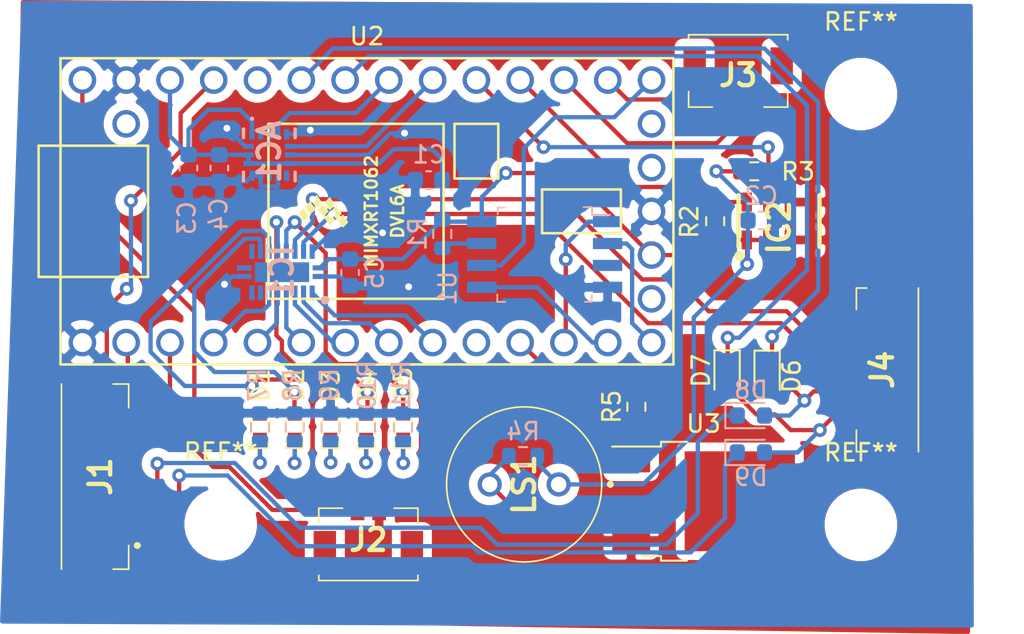
<source format=kicad_pcb>
(kicad_pcb (version 20171130) (host pcbnew "(5.1.10)-1")
  (layers (0 F.Cu signal) (31 B.Cu signal) (34 B.Paste user) (35 F.Paste user) (36 B.SilkS user) (37 F.SilkS user) (38 B.Mask user) (39 F.Mask user) (44 Edge.Cuts user))
  (net 0 "")
  (net 1 GND)
  (net 2 "Net-(D1-Pad1)")
  (net 3 "Net-(D2-Pad1)")
  (net 4 YLED1)
  (net 5 YLED2)
  (net 6 "Net-(D3-Pad1)")
  (net 7 "Net-(D4-Pad1)")
  (net 8 GLED1)
  (net 9 GLED2)
  (net 10 "Net-(D5-Pad1)")
  (net 11 MISO)
  (net 12 MOSI)
  (net 13 SCLK)
  (net 14 PYRO1)
  (net 15 PYRO2)
  (net 16 BUZZ1)
  (net 17 BUZZ2)
  (net 18 PWM1)
  (net 19 PWM2)
  (net 20 Buzzer)
  (net 21 "Net-(U1-Pad3)")
  (net 22 CS_FLASH)
  (net 23 TBUZZ2)
  (net 24 TBUZZ1)
  (net 25 VIN)
  (net 26 TGLED2)
  (net 27 TGLED1)
  (net 28 TYLED2)
  (net 29 TYLED1)
  (net 30 TBuzzer)
  (net 31 "Net-(J3-PadMP1)")
  (net 32 "Net-(J3-PadMP2)")
  (net 33 "Net-(J4-Pad6)")
  (net 34 "Net-(J4-Pad7)")
  (net 35 "Net-(J1-PadMP1)")
  (net 36 "Net-(J1-PadMP2)")
  (net 37 "Net-(J2-PadMP1)")
  (net 38 "Net-(J2-PadMP2)")
  (net 39 Baro_SCLK)
  (net 40 "Net-(AC1-Pad2)")
  (net 41 "Net-(AC1-Pad3)")
  (net 42 Accel_SCL)
  (net 43 Accel_SDA)
  (net 44 Accel_INT2)
  (net 45 Accel_INT1)
  (net 46 INFREE1)
  (net 47 INFREE2)
  (net 48 OUTFREE2)
  (net 49 OUTFREE1)
  (net 50 "Net-(IC1-Pad21)")
  (net 51 HFREE)
  (net 52 HTX)
  (net 53 HRX)
  (net 54 "Net-(R1-Pad2)")
  (net 55 "Net-(R5-Pad1)")
  (net 56 "Net-(U2-Pad18)")
  (net 57 "Net-(U2-Pad19)")
  (net 58 "Net-(U2-Pad15)")
  (net 59 "Net-(U2-Pad29)")
  (net 60 "Net-(U2-Pad34)")
  (net 61 "Net-(U2-Pad10)")
  (net 62 +3V3)
  (net 63 Baro_SDA)
  (net 64 TPyro1OUT)
  (net 65 OPYRO1)
  (net 66 OPYRO2)
  (net 67 TPyro2OUT)
  (module KRTEK_V2:CST931AP (layer F.Cu) (at 118.97106 104.24668 90)
    (fp_text reference LS1 (at 0 -2 90) (layer F.SilkS) (effects (font (size 1.27 1.27) (thickness 0.254))))
    (fp_text value "Buzzer - CST-931AP" hide)
    (pad 1 thru_hole circle (at 0 0 90) (size 1.4 1.4) (drill 0.9) (layers *.Cu *.Mask) (net 62 +3V3))
    (pad 2 thru_hole circle (at 0 -4 90) (size 1.4 1.4) (drill 0.9) (layers *.Cu *.Mask) (net 20 Buzzer))
  )
  (module MountingHole:MountingHole_3.2mm_M3 (layer F.Cu) (at 99.3648 106.55808)
    (fp_text reference REF** (at 0 -4.2) (layer F.SilkS))
    (fp_text value MountingHole_3.2mm_M3)
    (pad 1 np_thru_hole circle (at 0 0) (size 3.2 3.2) (drill 3.2) (layers *.Cu *.Mask))
  )
  (module MountingHole:MountingHole_3.2mm_M3 (layer F.Cu) (at 136.50976 106.59618)
    (fp_text reference REF** (at 0 -4.2) (layer F.SilkS))
    (fp_text value MountingHole_3.2mm_M3)
    (pad 1 np_thru_hole circle (at 0 0) (size 3.2 3.2) (drill 3.2) (layers *.Cu *.Mask))
  )
  (module MountingHole:MountingHole_3.2mm_M3 (layer F.Cu) (at 136.50976 81.57972)
    (fp_text reference REF** (at 0 -4.2) (layer F.SilkS))
    (fp_text value MountingHole_3.2mm_M3)
    (pad 1 np_thru_hole circle (at 0 0) (size 3.2 3.2) (drill 3.2) (layers *.Cu *.Mask))
  )
  (module Capacitor_SMD:C_0603_1608Metric (layer B.Cu) (at 130.72842 88.91778 180)
    (fp_text reference C2 (at 0 1.43) (layer B.SilkS) (effects (justify mirror)))
    (fp_text value 0.1uF)
    (pad 1 smd roundrect (at -0.775 0 180) (size 0.9 0.95) (layers B.Cu B.Paste B.Mask) (net 1 GND))
    (pad 2 smd roundrect (at 0.775 0 180) (size 0.9 0.95) (layers B.Cu B.Paste B.Mask) (net 62 +3V3))
  )
  (module Capacitor_SMD:C_0603_1608Metric (layer B.Cu) (at 111.4301 86.5759 180)
    (fp_text reference C1 (at -0.04034 1.48336) (layer B.SilkS) (effects (justify mirror)))
    (fp_text value 22pF)
    (pad 1 smd roundrect (at -0.775 0 180) (size 0.9 0.95) (layers B.Cu B.Paste B.Mask) (net 62 +3V3))
    (pad 2 smd roundrect (at 0.775 0 180) (size 0.9 0.95) (layers B.Cu B.Paste B.Mask) (net 1 GND))
  )
  (module Resistor_SMD:R_0603_1608Metric (layer B.Cu) (at 116.90908 102.60076 180)
    (fp_text reference R4 (at 0 1.43) (layer B.SilkS) (effects (justify mirror)))
    (fp_text value 1k)
    (pad 1 smd roundrect (at -0.825 0 180) (size 0.8 0.95) (layers B.Cu B.Paste B.Mask) (net 62 +3V3))
    (pad 2 smd roundrect (at 0.825 0 180) (size 0.8 0.95) (layers B.Cu B.Paste B.Mask) (net 20 Buzzer))
  )
  (module Resistor_SMD:R_0603_1608Metric (layer B.Cu) (at 101.64572 100.93402 270)
    (fp_text reference R7 (at -2.46942 0.14478 90) (layer B.SilkS) (effects (justify mirror)))
    (fp_text value 500)
    (pad 2 smd roundrect (at 0.825 0 270) (size 0.8 0.95) (layers B.Cu B.Paste B.Mask) (net 2 "Net-(D1-Pad1)"))
    (pad 1 smd roundrect (at -0.825 0 270) (size 0.8 0.95) (layers B.Cu B.Paste B.Mask) (net 1 GND))
  )
  (module Resistor_SMD:R_0603_1608Metric (layer B.Cu) (at 103.6574 100.92994 270)
    (fp_text reference R8 (at -2.4379 0.13462 90) (layer B.SilkS) (effects (justify mirror)))
    (fp_text value 330)
    (pad 1 smd roundrect (at -0.825 0 270) (size 0.8 0.95) (layers B.Cu B.Paste B.Mask) (net 1 GND))
    (pad 2 smd roundrect (at 0.825 0 270) (size 0.8 0.95) (layers B.Cu B.Paste B.Mask) (net 3 "Net-(D2-Pad1)"))
  )
  (module Resistor_SMD:R_0603_1608Metric (layer B.Cu) (at 105.73766 100.92994 270)
    (fp_text reference R9 (at -2.46126 0.07366 90) (layer B.SilkS) (effects (justify mirror)))
    (fp_text value 330)
    (pad 2 smd roundrect (at 0.825 0 270) (size 0.8 0.95) (layers B.Cu B.Paste B.Mask) (net 6 "Net-(D3-Pad1)"))
    (pad 1 smd roundrect (at -0.825 0 270) (size 0.8 0.95) (layers B.Cu B.Paste B.Mask) (net 1 GND))
  )
  (module Resistor_SMD:R_0603_1608Metric (layer B.Cu) (at 107.80014 100.94164 270)
    (fp_text reference R10 (at -2.45926 -0.05334 90) (layer B.SilkS) (effects (justify mirror)))
    (fp_text value 330)
    (pad 1 smd roundrect (at -0.825 0 270) (size 0.8 0.95) (layers B.Cu B.Paste B.Mask) (net 1 GND))
    (pad 2 smd roundrect (at 0.825 0 270) (size 0.8 0.95) (layers B.Cu B.Paste B.Mask) (net 7 "Net-(D4-Pad1)"))
  )
  (module Resistor_SMD:R_0603_1608Metric (layer B.Cu) (at 109.94136 100.93402 270)
    (fp_text reference R11 (at -2.4491 0.10668 90) (layer B.SilkS) (effects (justify mirror)))
    (fp_text value 330)
    (pad 1 smd roundrect (at -0.825 0 270) (size 0.8 0.95) (layers B.Cu B.Paste B.Mask) (net 1 GND))
    (pad 2 smd roundrect (at 0.825 0 270) (size 0.8 0.95) (layers B.Cu B.Paste B.Mask) (net 10 "Net-(D5-Pad1)"))
  )
  (module Resistor_SMD:R_0603_1608Metric (layer B.Cu) (at 112.21974 89.70822 270)
    (fp_text reference R1 (at 0 1.43 90) (layer B.SilkS) (effects (justify mirror)))
    (fp_text value 10M)
    (pad 2 smd roundrect (at 0.825 0 270) (size 0.8 0.95) (layers B.Cu B.Paste B.Mask) (net 54 "Net-(R1-Pad2)"))
    (pad 1 smd roundrect (at -0.825 0 270) (size 0.8 0.95) (layers B.Cu B.Paste B.Mask) (net 62 +3V3))
  )
  (module KRTEK_V2:LED_2-SMD_No_Lead_1.7x0.8mm (layer F.Cu) (at 101.6381 100.89458 90)
    (fp_text reference D1 (at 2.401 0.04572 90) (layer F.SilkS))
    (fp_text value RED)
    (pad 2 smd rect (at 0.75 0 90) (size 0.8 0.8) (layers F.Cu F.Paste F.Mask) (net 25 VIN))
    (pad 1 smd rect (at -0.75 0 90) (size 0.8 0.8) (layers F.Cu F.Paste F.Mask) (net 2 "Net-(D1-Pad1)"))
  )
  (module KRTEK_V2:LED_2-SMD_No_Lead_1.7x0.8mm (layer F.Cu) (at 103.6574 100.89204 90)
    (fp_text reference D2 (at 2.43402 0.02794 90) (layer F.SilkS))
    (fp_text value YELLOW)
    (pad 1 smd rect (at -0.75 0 90) (size 0.8 0.8) (layers F.Cu F.Paste F.Mask) (net 3 "Net-(D2-Pad1)"))
    (pad 2 smd rect (at 0.75 0 90) (size 0.8 0.8) (layers F.Cu F.Paste F.Mask) (net 4 YLED1))
  )
  (module KRTEK_V2:LED_2-SMD_No_Lead_1.7x0.8mm (layer F.Cu) (at 105.73512 100.89204 90)
    (fp_text reference D3 (at 2.37306 0.01524 90) (layer F.SilkS))
    (fp_text value YELLOW)
    (pad 2 smd rect (at 0.75 0 90) (size 0.8 0.8) (layers F.Cu F.Paste F.Mask) (net 5 YLED2))
    (pad 1 smd rect (at -0.75 0 90) (size 0.8 0.8) (layers F.Cu F.Paste F.Mask) (net 6 "Net-(D3-Pad1)"))
  )
  (module KRTEK_V2:LED_2-SMD_No_Lead_1.7x0.8mm (layer F.Cu) (at 107.80522 100.89712 90)
    (fp_text reference D4 (at 2.37052 0.09652 90) (layer F.SilkS))
    (fp_text value GREEN)
    (pad 1 smd rect (at -0.75 0 90) (size 0.8 0.8) (layers F.Cu F.Paste F.Mask) (net 7 "Net-(D4-Pad1)"))
    (pad 2 smd rect (at 0.75 0 90) (size 0.8 0.8) (layers F.Cu F.Paste F.Mask) (net 8 GLED1))
  )
  (module KRTEK_V2:LED_2-SMD_No_Lead_1.7x0.8mm (layer F.Cu) (at 109.95152 100.88696 90)
    (fp_text reference D5 (at 2.48666 -0.00254 90) (layer F.SilkS))
    (fp_text value GREEN)
    (pad 2 smd rect (at 0.75 0 90) (size 0.8 0.8) (layers F.Cu F.Paste F.Mask) (net 9 GLED2))
    (pad 1 smd rect (at -0.75 0 90) (size 0.8 0.8) (layers F.Cu F.Paste F.Mask) (net 10 "Net-(D5-Pad1)"))
  )
  (module KRTEK_V2:MS561101BA03-50 (layer F.Cu) (at 131.75996 88.9508 90)
    (fp_text reference IC2 (at -0.372 -0.006 90) (layer F.SilkS) (effects (font (size 1.27 1.27) (thickness 0.254))))
    (fp_text value "Baro - MS561101BA03-50" hide)
    (pad 1 smd rect (at -1.1 -1.875 180) (size 0.6 1.1) (layers F.Cu F.Paste F.Mask) (net 62 +3V3))
    (pad 2 smd rect (at -1.1 -0.625 180) (size 0.6 1.1) (layers F.Cu F.Paste F.Mask) (net 62 +3V3))
    (pad 3 smd rect (at -1.1 0.625 180) (size 0.6 1.1) (layers F.Cu F.Paste F.Mask) (net 1 GND))
    (pad 4 smd rect (at -1.1 1.875 180) (size 0.6 1.1) (layers F.Cu F.Paste F.Mask) (net 1 GND))
    (pad 5 smd rect (at 1.1 1.875 180) (size 0.6 1.1) (layers F.Cu F.Paste F.Mask) (net 1 GND))
    (pad 6 smd rect (at 1.1 0.625 180) (size 0.6 1.1) (layers F.Cu F.Paste F.Mask) (net 1 GND))
    (pad 7 smd rect (at 1.1 -0.625 180) (size 0.6 1.1) (layers F.Cu F.Paste F.Mask) (net 63 Baro_SDA))
    (pad 8 smd rect (at 1.1 -1.875 180) (size 0.6 1.1) (layers F.Cu F.Paste F.Mask) (net 39 Baro_SCLK))
  )
  (module KRTEK_V2:SOIC-8_W5.6mm (layer B.Cu) (at 118.16082 90.8939 270)
    (fp_text reference U1 (at 1.95326 5.6312 90) (layer B.SilkS) (effects (justify mirror)))
    (fp_text value "Flash - COM-15809")
    (pad 1 smd rect (at -1.905 -3.65 270) (size 0.65 1.7) (layers B.Cu B.Paste B.Mask) (net 22 CS_FLASH))
    (pad 2 smd rect (at -0.635 -3.65 270) (size 0.65 1.7) (layers B.Cu B.Paste B.Mask) (net 11 MISO))
    (pad 3 smd rect (at 0.635 -3.65 270) (size 0.65 1.7) (layers B.Cu B.Paste B.Mask) (net 21 "Net-(U1-Pad3)"))
    (pad 4 smd rect (at 1.905 -3.65 270) (size 0.65 1.7) (layers B.Cu B.Paste B.Mask) (net 1 GND))
    (pad 5 smd rect (at 1.905 3.65 270) (size 0.65 1.7) (layers B.Cu B.Paste B.Mask) (net 12 MOSI))
    (pad 6 smd rect (at 0.635 3.65 270) (size 0.65 1.7) (layers B.Cu B.Paste B.Mask) (net 13 SCLK))
    (pad 7 smd rect (at -0.635 3.65 270) (size 0.65 1.7) (layers B.Cu B.Paste B.Mask) (net 54 "Net-(R1-Pad2)"))
    (pad 8 smd rect (at -1.905 3.65 270) (size 0.65 1.7) (layers B.Cu B.Paste B.Mask) (net 62 +3V3))
  )
  (module EXTENSION:5055670281 (layer F.Cu) (at 129.38736 82.33642)
    (fp_text reference J3 (at 0 -1.85) (layer F.SilkS) (effects (font (size 1.27 1.27) (thickness 0.254))))
    (fp_text value PWM hide)
    (pad 1 smd rect (at 0.625 -0.1) (size 0.8 1.2) (layers F.Cu F.Paste F.Mask) (net 19 PWM2))
    (pad 2 smd rect (at -0.625 -0.1) (size 0.8 1.2) (layers F.Cu F.Paste F.Mask) (net 18 PWM1))
    (pad MP1 smd rect (at -2.525 -2.395) (size 1.3 2.15) (layers F.Cu F.Paste F.Mask) (net 31 "Net-(J3-PadMP1)"))
    (pad MP2 smd rect (at 2.525 -2.395) (size 1.3 2.15) (layers F.Cu F.Paste F.Mask) (net 32 "Net-(J3-PadMP2)"))
  )
  (module EXTENSION:5055670571 (layer F.Cu) (at 138.04422 97.5937 270)
    (fp_text reference J4 (at 0 0.3 90) (layer F.SilkS) (effects (font (size 1.27 1.27) (thickness 0.254))))
    (fp_text value EXTOUT hide)
    (pad 1 smd rect (at -2.5 1.8 270) (size 0.8 1.2) (layers F.Cu F.Paste F.Mask) (net 1 GND))
    (pad 2 smd rect (at -1.25 1.8 270) (size 0.8 1.2) (layers F.Cu F.Paste F.Mask) (net 16 BUZZ1))
    (pad 3 smd rect (at 0 1.8 270) (size 0.8 1.2) (layers F.Cu F.Paste F.Mask) (net 17 BUZZ2))
    (pad 4 smd rect (at 1.25 1.8 270) (size 0.8 1.2) (layers F.Cu F.Paste F.Mask) (net 65 OPYRO1))
    (pad 5 smd rect (at 2.5 1.8 270) (size 0.8 1.2) (layers F.Cu F.Paste F.Mask) (net 66 OPYRO2))
    (pad 6 smd rect (at -4.4 -0.495 270) (size 0.8 2.15) (layers F.Cu F.Paste F.Mask) (net 33 "Net-(J4-Pad6)"))
    (pad 7 smd rect (at 4.4 -0.495 270) (size 0.8 2.15) (layers F.Cu F.Paste F.Mask) (net 34 "Net-(J4-Pad7)"))
  )
  (module EXTENSION:5055670281 (layer F.Cu) (at 107.93198 105.62612 180)
    (fp_text reference J2 (at 0 -1.85) (layer F.SilkS) (effects (font (size 1.27 1.27) (thickness 0.254))))
    (fp_text value BATT hide)
    (pad 1 smd rect (at 0.625 -0.1 180) (size 0.8 1.2) (layers F.Cu F.Paste F.Mask) (net 25 VIN))
    (pad 2 smd rect (at -0.625 -0.1 180) (size 0.8 1.2) (layers F.Cu F.Paste F.Mask) (net 1 GND))
    (pad MP1 smd rect (at -2.525 -2.395 180) (size 1.3 2.15) (layers F.Cu F.Paste F.Mask) (net 37 "Net-(J2-PadMP1)"))
    (pad MP2 smd rect (at 2.525 -2.395 180) (size 1.3 2.15) (layers F.Cu F.Paste F.Mask) (net 38 "Net-(J2-PadMP2)"))
  )
  (module EXTENSION:QFN50P250X450X100-21N-D (layer B.Cu) (at 102.92334 91.9226 90)
    (fp_text reference IC1 (at 0 0 90) (layer B.SilkS) (effects (font (size 1.27 1.27) (thickness 0.254)) (justify mirror)))
    (fp_text value "TeensyBuffer - 74AHCV541ABQX" hide)
    (pad 1 smd rect (at -0.25 2.2 90) (size 0.3 0.85) (layers B.Cu B.Paste B.Mask) (net 1 GND))
    (pad 2 smd rect (at -1.2 1.75) (size 0.3 0.85) (layers B.Cu B.Paste B.Mask) (net 23 TBUZZ2))
    (pad 3 smd rect (at -1.2 1.25) (size 0.3 0.85) (layers B.Cu B.Paste B.Mask) (net 24 TBUZZ1))
    (pad 4 smd rect (at -1.2 0.75) (size 0.3 0.85) (layers B.Cu B.Paste B.Mask) (net 26 TGLED2))
    (pad 5 smd rect (at -1.2 0.25) (size 0.3 0.85) (layers B.Cu B.Paste B.Mask) (net 27 TGLED1))
    (pad 6 smd rect (at -1.2 -0.25) (size 0.3 0.85) (layers B.Cu B.Paste B.Mask) (net 28 TYLED2))
    (pad 7 smd rect (at -1.2 -0.75) (size 0.3 0.85) (layers B.Cu B.Paste B.Mask) (net 29 TYLED1))
    (pad 8 smd rect (at -1.2 -1.25) (size 0.3 0.85) (layers B.Cu B.Paste B.Mask) (net 46 INFREE1))
    (pad 9 smd rect (at -1.2 -1.75) (size 0.3 0.85) (layers B.Cu B.Paste B.Mask) (net 47 INFREE2))
    (pad 10 smd rect (at -0.25 -2.2 90) (size 0.3 0.85) (layers B.Cu B.Paste B.Mask) (net 1 GND))
    (pad 11 smd rect (at 0.25 -2.2 90) (size 0.3 0.85) (layers B.Cu B.Paste B.Mask) (net 48 OUTFREE2))
    (pad 12 smd rect (at 1.2 -1.75) (size 0.3 0.85) (layers B.Cu B.Paste B.Mask) (net 49 OUTFREE1))
    (pad 13 smd rect (at 1.2 -1.25) (size 0.3 0.85) (layers B.Cu B.Paste B.Mask) (net 4 YLED1))
    (pad 14 smd rect (at 1.2 -0.75) (size 0.3 0.85) (layers B.Cu B.Paste B.Mask) (net 5 YLED2))
    (pad 15 smd rect (at 1.2 -0.25) (size 0.3 0.85) (layers B.Cu B.Paste B.Mask) (net 8 GLED1))
    (pad 16 smd rect (at 1.2 0.25) (size 0.3 0.85) (layers B.Cu B.Paste B.Mask) (net 9 GLED2))
    (pad 17 smd rect (at 1.2 0.75) (size 0.3 0.85) (layers B.Cu B.Paste B.Mask) (net 16 BUZZ1))
    (pad 18 smd rect (at 1.2 1.25) (size 0.3 0.85) (layers B.Cu B.Paste B.Mask) (net 17 BUZZ2))
    (pad 19 smd rect (at 1.2 1.75) (size 0.3 0.85) (layers B.Cu B.Paste B.Mask) (net 1 GND))
    (pad 20 smd rect (at 0.25 2.2 90) (size 0.3 0.85) (layers B.Cu B.Paste B.Mask) (net 62 +3V3))
    (pad 21 smd rect (at 0 0 90) (size 1.15 3.15) (layers B.Cu B.Paste B.Mask) (net 50 "Net-(IC1-Pad21)"))
  )
  (module EXTENSION:Teensy40_EXT (layer F.Cu) (at 107.85094 88.38946)
    (fp_text reference U2 (at 0 -10.16) (layer F.SilkS))
    (fp_text value Teensy4.0)
    (fp_text user MIMXRT1062 (at 0.254 0 90) (layer F.SilkS) (effects (font (size 0.7 0.7))))
    (fp_text user DVL6A (at 1.778 0 90) (layer F.SilkS) (effects (font (size 0.7 0.7))))
    (pad 17 thru_hole circle (at 16.51 0) (size 1.6 1.6) (drill 1.1) (layers *.Cu *.Mask) (net 1 GND))
    (pad 18 thru_hole circle (at 16.51 -2.54) (size 1.6 1.6) (drill 1.1) (layers *.Cu *.Mask) (net 56 "Net-(U2-Pad18)"))
    (pad 19 thru_hole circle (at 16.51 -5.08) (size 1.6 1.6) (drill 1.1) (layers *.Cu *.Mask) (net 57 "Net-(U2-Pad19)"))
    (pad 20 thru_hole circle (at 16.51 -7.62) (size 1.6 1.6) (drill 1.1) (layers *.Cu *.Mask) (net 13 SCLK))
    (pad 16 thru_hole circle (at 16.51 2.54) (size 1.6 1.6) (drill 1.1) (layers *.Cu *.Mask) (net 62 +3V3))
    (pad 15 thru_hole circle (at 16.51 5.08) (size 1.6 1.6) (drill 1.1) (layers *.Cu *.Mask) (net 58 "Net-(U2-Pad15)"))
    (pad 14 thru_hole circle (at 16.51 7.62) (size 1.6 1.6) (drill 1.1) (layers *.Cu *.Mask) (net 11 MISO))
    (pad 21 thru_hole circle (at 13.97 -7.62) (size 1.6 1.6) (drill 1.1) (layers *.Cu *.Mask) (net 18 PWM1))
    (pad 22 thru_hole circle (at 11.43 -7.62) (size 1.6 1.6) (drill 1.1) (layers *.Cu *.Mask) (net 19 PWM2))
    (pad 23 thru_hole circle (at 8.89 -7.62) (size 1.6 1.6) (drill 1.1) (layers *.Cu *.Mask) (net 39 Baro_SCLK))
    (pad 24 thru_hole circle (at 6.35 -7.62) (size 1.6 1.6) (drill 1.1) (layers *.Cu *.Mask) (net 63 Baro_SDA))
    (pad 25 thru_hole circle (at 3.81 -7.62) (size 1.6 1.6) (drill 1.1) (layers *.Cu *.Mask) (net 43 Accel_SDA))
    (pad 26 thru_hole circle (at 1.27 -7.62) (size 1.6 1.6) (drill 1.1) (layers *.Cu *.Mask) (net 42 Accel_SCL))
    (pad 27 thru_hole circle (at -1.27 -7.62) (size 1.6 1.6) (drill 1.1) (layers *.Cu *.Mask) (net 67 TPyro2OUT))
    (pad 28 thru_hole circle (at -3.81 -7.62) (size 1.6 1.6) (drill 1.1) (layers *.Cu *.Mask) (net 64 TPyro1OUT))
    (pad 29 thru_hole circle (at -6.35 -7.62) (size 1.6 1.6) (drill 1.1) (layers *.Cu *.Mask) (net 59 "Net-(U2-Pad29)"))
    (pad 30 thru_hole circle (at -8.89 -7.62) (size 1.6 1.6) (drill 1.1) (layers *.Cu *.Mask) (net 51 HFREE))
    (pad 31 thru_hole circle (at -11.43 -7.62) (size 1.6 1.6) (drill 1.1) (layers *.Cu *.Mask) (net 62 +3V3))
    (pad 32 thru_hole circle (at -13.97 -7.62) (size 1.6 1.6) (drill 1.1) (layers *.Cu *.Mask) (net 1 GND))
    (pad 33 thru_hole circle (at -16.51 -7.62) (size 1.6 1.6) (drill 1.1) (layers *.Cu *.Mask) (net 25 VIN))
    (pad 34 thru_hole circle (at -13.97 -5.08) (size 1.6 1.6) (drill 1.1) (layers *.Cu *.Mask) (net 60 "Net-(U2-Pad34)"))
    (pad 13 thru_hole circle (at 13.97 7.62) (size 1.6 1.6) (drill 1.1) (layers *.Cu *.Mask) (net 12 MOSI))
    (pad 12 thru_hole circle (at 11.43 7.62) (size 1.6 1.6) (drill 1.1) (layers *.Cu *.Mask) (net 22 CS_FLASH))
    (pad 11 thru_hole circle (at 8.89 7.62) (size 1.6 1.6) (drill 1.1) (layers *.Cu *.Mask) (net 30 TBuzzer))
    (pad 10 thru_hole circle (at 6.35 7.62) (size 1.6 1.6) (drill 1.1) (layers *.Cu *.Mask) (net 61 "Net-(U2-Pad10)"))
    (pad 9 thru_hole circle (at 3.81 7.62) (size 1.6 1.6) (drill 1.1) (layers *.Cu *.Mask) (net 23 TBUZZ2))
    (pad 8 thru_hole circle (at 1.27 7.62) (size 1.6 1.6) (drill 1.1) (layers *.Cu *.Mask) (net 24 TBUZZ1))
    (pad 7 thru_hole circle (at -1.27 7.62) (size 1.6 1.6) (drill 1.1) (layers *.Cu *.Mask) (net 26 TGLED2))
    (pad 6 thru_hole circle (at -3.81 7.62) (size 1.6 1.6) (drill 1.1) (layers *.Cu *.Mask) (net 27 TGLED1))
    (pad 5 thru_hole circle (at -6.35 7.62) (size 1.6 1.6) (drill 1.1) (layers *.Cu *.Mask) (net 28 TYLED2))
    (pad 4 thru_hole circle (at -8.89 7.62) (size 1.6 1.6) (drill 1.1) (layers *.Cu *.Mask) (net 29 TYLED1))
    (pad 3 thru_hole circle (at -11.43 7.62) (size 1.6 1.6) (drill 1.1) (layers *.Cu *.Mask) (net 52 HTX))
    (pad 2 thru_hole circle (at -13.97 7.62) (size 1.6 1.6) (drill 1.1) (layers *.Cu *.Mask) (net 53 HRX))
    (pad 1 thru_hole circle (at -16.51 7.62) (size 1.6 1.6) (drill 1.1) (layers *.Cu *.Mask) (net 1 GND))
  )
  (module EXTENSION:5055670671 (layer F.Cu) (at 92.3763 103.7929 90)
    (fp_text reference J1 (at 0 0 90) (layer F.SilkS) (effects (font (size 1.27 1.27) (thickness 0.254))))
    (fp_text value EXTIN hide)
    (pad 1 smd rect (at -3.125 1.6 90) (size 0.8 1.2) (layers F.Cu F.Paste F.Mask) (net 15 PYRO2))
    (pad 2 smd rect (at -1.875 1.6 90) (size 0.8 1.2) (layers F.Cu F.Paste F.Mask) (net 14 PYRO1))
    (pad 3 smd rect (at -0.625 1.6 90) (size 0.8 1.2) (layers F.Cu F.Paste F.Mask) (net 1 GND))
    (pad 4 smd rect (at 0.625 1.6 90) (size 0.8 1.2) (layers F.Cu F.Paste F.Mask) (net 51 HFREE))
    (pad 5 smd rect (at 1.875 1.6 90) (size 0.8 1.2) (layers F.Cu F.Paste F.Mask) (net 52 HTX))
    (pad 6 smd rect (at 3.125 1.6 90) (size 0.8 1.2) (layers F.Cu F.Paste F.Mask) (net 53 HRX))
    (pad MP1 smd rect (at -5.025 -0.695 90) (size 1.3 2.15) (layers F.Cu F.Paste F.Mask) (net 35 "Net-(J1-PadMP1)"))
    (pad MP2 smd rect (at 5.025 -0.695 90) (size 1.3 2.15) (layers F.Cu F.Paste F.Mask) (net 36 "Net-(J1-PadMP2)"))
  )
  (module EXTENSION:LIS3DHTR (layer B.Cu) (at 102.18496 85.11428 270)
    (fp_text reference AC1 (at -0.181 0 90) (layer B.SilkS) (effects (font (size 1.27 1.27) (thickness 0.254)) (justify mirror)))
    (fp_text value "Accel - H3LIS331DLTR" hide)
    (pad 1 smd rect (at -1.2 1 180) (size 0.3 0.6) (layers B.Cu B.Paste B.Mask) (net 62 +3V3))
    (pad 2 smd rect (at -1.2 0.5 180) (size 0.3 0.6) (layers B.Cu B.Paste B.Mask) (net 40 "Net-(AC1-Pad2)"))
    (pad 3 smd rect (at -1.2 0 180) (size 0.3 0.6) (layers B.Cu B.Paste B.Mask) (net 41 "Net-(AC1-Pad3)"))
    (pad 4 smd rect (at -1.2 -0.5 180) (size 0.3 0.6) (layers B.Cu B.Paste B.Mask) (net 42 Accel_SCL))
    (pad 5 smd rect (at -1.2 -1 180) (size 0.3 0.6) (layers B.Cu B.Paste B.Mask) (net 1 GND))
    (pad 6 smd rect (at -0.5 -1.2 270) (size 0.3 0.6) (layers B.Cu B.Paste B.Mask) (net 43 Accel_SDA))
    (pad 7 smd rect (at 0 -1.2 270) (size 0.3 0.6) (layers B.Cu B.Paste B.Mask) (net 1 GND))
    (pad 8 smd rect (at 0.5 -1.2 270) (size 0.3 0.6) (layers B.Cu B.Paste B.Mask) (net 62 +3V3))
    (pad 9 smd rect (at 1.2 -1 180) (size 0.3 0.6) (layers B.Cu B.Paste B.Mask) (net 44 Accel_INT2))
    (pad 10 smd rect (at 1.2 -0.5 180) (size 0.3 0.6) (layers B.Cu B.Paste B.Mask) (net 1 GND))
    (pad 11 smd rect (at 1.2 0 180) (size 0.3 0.6) (layers B.Cu B.Paste B.Mask) (net 45 Accel_INT1))
    (pad 12 smd rect (at 1.2 0.5 180) (size 0.3 0.6) (layers B.Cu B.Paste B.Mask) (net 1 GND))
    (pad 13 smd rect (at 1.2 1 180) (size 0.3 0.6) (layers B.Cu B.Paste B.Mask) (net 1 GND))
    (pad 14 smd rect (at 0.5 1.2 270) (size 0.3 0.6) (layers B.Cu B.Paste B.Mask) (net 62 +3V3))
    (pad 15 smd rect (at 0 1.2 270) (size 0.3 0.6) (layers B.Cu B.Paste B.Mask) (net 62 +3V3))
    (pad 16 smd rect (at -0.5 1.2 270) (size 0.3 0.6) (layers B.Cu B.Paste B.Mask) (net 1 GND))
  )
  (module Capacitor_SMD:C_0603_1608Metric (layer B.Cu) (at 97.4979 85.8777 270)
    (fp_text reference C3 (at 2.90038 0.09906 90) (layer B.SilkS) (effects (justify mirror)))
    (fp_text value 0.1uF)
    (pad 2 smd roundrect (at 0.775 0 270) (size 0.9 0.95) (layers B.Cu B.Paste B.Mask) (net 1 GND))
    (pad 1 smd roundrect (at -0.775 0 270) (size 0.9 0.95) (layers B.Cu B.Paste B.Mask) (net 62 +3V3))
  )
  (module Capacitor_SMD:C_0603_1608Metric (layer B.Cu) (at 99.28606 85.8774 270)
    (fp_text reference C4 (at 2.70032 0.0381 90) (layer B.SilkS) (effects (justify mirror)))
    (fp_text value 10uF)
    (pad 1 smd roundrect (at -0.775 0 270) (size 0.9 0.95) (layers B.Cu B.Paste B.Mask) (net 62 +3V3))
    (pad 2 smd roundrect (at 0.775 0 270) (size 0.9 0.95) (layers B.Cu B.Paste B.Mask) (net 1 GND))
  )
  (module Resistor_SMD:R_0603_1608Metric (layer F.Cu) (at 128.0541 88.96146 270)
    (fp_text reference R2 (at 0.03506 1.49606 90) (layer F.SilkS))
    (fp_text value 10k)
    (pad 1 smd roundrect (at -0.825 0 270) (size 0.8 0.95) (layers F.Cu F.Paste F.Mask) (net 39 Baro_SCLK))
    (pad 2 smd roundrect (at 0.825 0 270) (size 0.8 0.95) (layers F.Cu F.Paste F.Mask) (net 62 +3V3))
  )
  (module Resistor_SMD:R_0603_1608Metric (layer F.Cu) (at 130.32028 86.06536 180)
    (fp_text reference R3 (at -2.54204 -0.01778) (layer F.SilkS))
    (fp_text value 10k)
    (pad 2 smd roundrect (at 0.825 0 180) (size 0.8 0.95) (layers F.Cu F.Paste F.Mask) (net 62 +3V3))
    (pad 1 smd roundrect (at -0.825 0 180) (size 0.8 0.95) (layers F.Cu F.Paste F.Mask) (net 63 Baro_SDA))
  )
  (module Capacitor_SMD:C_0603_1608Metric (layer B.Cu) (at 106.87304 91.93814 90)
    (fp_text reference C5 (at 0 1.43 90) (layer B.SilkS) (effects (justify mirror)))
    (fp_text value 0.1uF)
    (pad 1 smd roundrect (at -0.775 0 90) (size 0.9 0.95) (layers B.Cu B.Paste B.Mask) (net 1 GND))
    (pad 2 smd roundrect (at 0.775 0 90) (size 0.9 0.95) (layers B.Cu B.Paste B.Mask) (net 62 +3V3))
  )
  (module Diode_SMD:D_0603_1608Metric (layer F.Cu) (at 131.06654 97.96282 270)
    (fp_text reference D6 (at 0 -1.43 90) (layer F.SilkS))
    (fp_text value DIODE)
    (pad 1 smd roundrect (at -0.7875 0 270) (size 0.875 0.95) (layers F.Cu F.Paste F.Mask) (net 64 TPyro1OUT))
    (pad 2 smd roundrect (at 0.7875 0 270) (size 0.875 0.95) (layers F.Cu F.Paste F.Mask) (net 65 OPYRO1))
  )
  (module Diode_SMD:D_0603_1608Metric (layer F.Cu) (at 128.74498 97.94504 270)
    (fp_text reference D7 (at -0.30724 1.5113 90) (layer F.SilkS))
    (fp_text value DIODE)
    (pad 2 smd roundrect (at 0.7875 0 270) (size 0.875 0.95) (layers F.Cu F.Paste F.Mask) (net 66 OPYRO2))
    (pad 1 smd roundrect (at -0.7875 0 270) (size 0.875 0.95) (layers F.Cu F.Paste F.Mask) (net 67 TPyro2OUT))
  )
  (module Diode_SMD:D_0603_1608Metric (layer B.Cu) (at 130.12664 100.24618)
    (fp_text reference D8 (at 0.0001 -1.47574) (layer B.SilkS) (effects (justify mirror)))
    (fp_text value DIODE)
    (pad 1 smd roundrect (at -0.7875 0) (size 0.875 0.95) (layers B.Cu B.Paste B.Mask) (net 14 PYRO1))
    (pad 2 smd roundrect (at 0.7875 0) (size 0.875 0.95) (layers B.Cu B.Paste B.Mask) (net 65 OPYRO1))
  )
  (module Diode_SMD:D_0603_1608Metric (layer B.Cu) (at 130.12664 102.38994)
    (fp_text reference D9 (at 0 1.43) (layer B.SilkS) (effects (justify mirror)))
    (fp_text value DIODE)
    (pad 2 smd roundrect (at 0.7875 0) (size 0.875 0.95) (layers B.Cu B.Paste B.Mask) (net 66 OPYRO2))
    (pad 1 smd roundrect (at -0.7875 0) (size 0.875 0.95) (layers B.Cu B.Paste B.Mask) (net 15 PYRO2))
  )
  (module Resistor_SMD:R_0603_1608Metric (layer F.Cu) (at 123.4821 99.73768 90)
    (fp_text reference R5 (at 0 -1.43 90) (layer F.SilkS))
    (fp_text value 10k)
    (pad 1 smd roundrect (at -0.825 0 90) (size 0.8 0.95) (layers F.Cu F.Paste F.Mask) (net 55 "Net-(R5-Pad1)"))
    (pad 2 smd roundrect (at 0.825 0 90) (size 0.8 0.95) (layers F.Cu F.Paste F.Mask) (net 30 TBuzzer))
  )
  (module Package_TO_SOT_SMD:TO-252-2 (layer F.Cu) (at 127.38158 105.22458)
    (fp_text reference U3 (at 0 -4.5) (layer F.SilkS))
    (fp_text value MJD148J)
    (pad 1 smd rect (at -4.2 -2.28) (size 2.2 1.2) (layers F.Cu F.Paste F.Mask) (net 55 "Net-(R5-Pad1)"))
    (pad 3 smd rect (at -4.2 2.28) (size 2.2 1.2) (layers F.Cu F.Paste F.Mask) (net 1 GND))
    (pad 2 smd rect (at 2.1 0) (size 6.4 5.8) (layers F.Cu F.Mask) (net 20 Buzzer))
  )
  (segment (start 106.3325 92.1726) (end 106.87304 92.71314) (width 0.25) (layer B.Cu) (net 1))
  (segment (start 105.12334 92.1726) (end 106.3325 92.1726) (width 0.25) (layer B.Cu) (net 1))
  (via (at 99.58324 92.62618) (size 0.8) (drill 0.4) (layers F.Cu B.Cu) (net 1))
  (segment (start 100.03682 92.1726) (end 99.58324 92.62618) (width 0.25) (layer B.Cu) (net 1))
  (segment (start 100.72334 92.1726) (end 100.03682 92.1726) (width 0.25) (layer B.Cu) (net 1))
  (via (at 110.26648 92.77096) (size 0.8) (drill 0.4) (layers F.Cu B.Cu) (net 1))
  (via (at 108.75772 89.6366) (size 0.8) (drill 0.4) (layers F.Cu B.Cu) (net 1))
  (segment (start 110.26648 91.14536) (end 108.75772 89.6366) (width 0.25) (layer F.Cu) (net 1))
  (segment (start 110.26648 92.77096) (end 110.26648 91.14536) (width 0.25) (layer F.Cu) (net 1))
  (segment (start 110.20866 92.71314) (end 110.26648 92.77096) (width 0.25) (layer B.Cu) (net 1))
  (segment (start 106.87304 92.71314) (end 110.20866 92.71314) (width 0.25) (layer B.Cu) (net 1))
  (segment (start 105.75934 89.6366) (end 108.75772 89.6366) (width 0.25) (layer B.Cu) (net 1))
  (segment (start 104.67334 90.7226) (end 105.75934 89.6366) (width 0.25) (layer B.Cu) (net 1))
  (via (at 104.56672 83.67268) (size 0.8) (drill 0.4) (layers F.Cu B.Cu) (net 1))
  (segment (start 104.32512 83.91428) (end 104.56672 83.67268) (width 0.25) (layer B.Cu) (net 1))
  (segment (start 103.18496 83.91428) (end 104.32512 83.91428) (width 0.25) (layer B.Cu) (net 1))
  (via (at 110.0328 83.85048) (size 0.8) (drill 0.4) (layers F.Cu B.Cu) (net 1))
  (segment (start 107.95253 85.11428) (end 103.38496 85.11428) (width 0.25) (layer B.Cu) (net 1))
  (segment (start 109.21633 83.85048) (end 107.95253 85.11428) (width 0.25) (layer B.Cu) (net 1))
  (segment (start 110.0328 83.85048) (end 109.21633 83.85048) (width 0.25) (layer B.Cu) (net 1))
  (segment (start 101.774959 86.939281) (end 101.68496 86.849282) (width 0.25) (layer B.Cu) (net 1))
  (segment (start 101.68496 86.849282) (end 101.68496 86.31428) (width 0.25) (layer B.Cu) (net 1))
  (segment (start 102.609959 86.939281) (end 101.774959 86.939281) (width 0.25) (layer B.Cu) (net 1))
  (segment (start 102.68496 86.86428) (end 102.609959 86.939281) (width 0.25) (layer B.Cu) (net 1))
  (segment (start 102.68496 86.31428) (end 102.68496 86.86428) (width 0.25) (layer B.Cu) (net 1))
  (segment (start 101.68496 86.31428) (end 101.18496 86.31428) (width 0.25) (layer B.Cu) (net 1))
  (segment (start 100.84684 86.6524) (end 101.18496 86.31428) (width 0.25) (layer B.Cu) (net 1))
  (segment (start 99.28606 86.6524) (end 100.84684 86.6524) (width 0.25) (layer B.Cu) (net 1))
  (via (at 99.72548 83.566) (size 0.8) (drill 0.4) (layers F.Cu B.Cu) (net 1))
  (segment (start 100.77376 84.61428) (end 99.72548 83.566) (width 0.25) (layer B.Cu) (net 1))
  (segment (start 100.98496 84.61428) (end 100.77376 84.61428) (width 0.25) (layer B.Cu) (net 1))
  (via (at 101.64572 102.98176) (size 0.8) (drill 0.4) (layers F.Cu B.Cu) (net 2))
  (segment (start 101.6381 102.97414) (end 101.64572 102.98176) (width 0.25) (layer F.Cu) (net 2))
  (segment (start 101.6381 101.64458) (end 101.6381 102.97414) (width 0.25) (layer F.Cu) (net 2))
  (segment (start 101.64572 101.75902) (end 101.64572 102.98176) (width 0.25) (layer B.Cu) (net 2))
  (via (at 103.65232 103.00208) (size 0.8) (drill 0.4) (layers F.Cu B.Cu) (net 3))
  (segment (start 103.6574 102.997) (end 103.65232 103.00208) (width 0.25) (layer F.Cu) (net 3))
  (segment (start 103.6574 101.64204) (end 103.6574 102.997) (width 0.25) (layer F.Cu) (net 3))
  (segment (start 103.6574 102.997) (end 103.65232 103.00208) (width 0.25) (layer B.Cu) (net 3))
  (segment (start 103.6574 101.75494) (end 103.6574 102.997) (width 0.25) (layer B.Cu) (net 3))
  (via (at 103.64724 98.87966) (size 0.8) (drill 0.4) (layers F.Cu B.Cu) (net 4))
  (segment (start 103.64724 100.13188) (end 103.6574 100.14204) (width 0.25) (layer F.Cu) (net 4))
  (segment (start 103.64724 98.87966) (end 103.64724 100.13188) (width 0.25) (layer F.Cu) (net 4))
  (segment (start 97.835939 96.549461) (end 99.007898 97.72142) (width 0.25) (layer B.Cu) (net 4))
  (segment (start 97.835939 92.899999) (end 97.835939 96.549461) (width 0.25) (layer B.Cu) (net 4))
  (segment (start 100.763339 89.972599) (end 97.835939 92.899999) (width 0.25) (layer B.Cu) (net 4))
  (segment (start 101.583341 89.972599) (end 100.763339 89.972599) (width 0.25) (layer B.Cu) (net 4))
  (segment (start 101.67334 90.062598) (end 101.583341 89.972599) (width 0.25) (layer B.Cu) (net 4))
  (segment (start 101.67334 90.7226) (end 101.67334 90.062598) (width 0.25) (layer B.Cu) (net 4))
  (segment (start 102.489 97.72142) (end 103.64724 98.87966) (width 0.25) (layer B.Cu) (net 4))
  (segment (start 99.007898 97.72142) (end 102.489 97.72142) (width 0.25) (layer B.Cu) (net 4))
  (via (at 101.17328 98.52914) (size 0.8) (drill 0.4) (layers F.Cu B.Cu) (net 5))
  (segment (start 95.295939 96.549461) (end 97.275618 98.52914) (width 0.25) (layer B.Cu) (net 5))
  (segment (start 95.295939 94.803589) (end 95.295939 96.549461) (width 0.25) (layer B.Cu) (net 5))
  (segment (start 100.576938 89.52259) (end 95.295939 94.803589) (width 0.25) (layer B.Cu) (net 5))
  (segment (start 101.769741 89.522589) (end 100.576938 89.52259) (width 0.25) (layer B.Cu) (net 5))
  (segment (start 102.17334 89.926188) (end 101.769741 89.522589) (width 0.25) (layer B.Cu) (net 5))
  (segment (start 102.17334 90.7226) (end 102.17334 89.926188) (width 0.25) (layer B.Cu) (net 5))
  (segment (start 97.275618 98.52914) (end 100.62464 98.52914) (width 0.25) (layer B.Cu) (net 5))
  (segment (start 100.62464 98.52914) (end 101.17328 98.52914) (width 0.25) (layer B.Cu) (net 5))
  (segment (start 101.547761 98.154659) (end 101.17328 98.52914) (width 0.25) (layer F.Cu) (net 5))
  (segment (start 105.309839 98.154659) (end 101.547761 98.154659) (width 0.25) (layer F.Cu) (net 5))
  (segment (start 105.7529 98.59772) (end 105.309839 98.154659) (width 0.25) (layer F.Cu) (net 5))
  (segment (start 105.7529 100.12426) (end 105.7529 98.59772) (width 0.25) (layer F.Cu) (net 5))
  (segment (start 105.73512 100.14204) (end 105.7529 100.12426) (width 0.25) (layer F.Cu) (net 5))
  (via (at 105.74528 102.96906) (size 0.8) (drill 0.4) (layers F.Cu B.Cu) (net 6))
  (segment (start 105.73512 102.9589) (end 105.74528 102.96906) (width 0.25) (layer F.Cu) (net 6))
  (segment (start 105.73512 101.64204) (end 105.73512 102.9589) (width 0.25) (layer F.Cu) (net 6))
  (segment (start 105.73766 102.96144) (end 105.74528 102.96906) (width 0.25) (layer B.Cu) (net 6))
  (segment (start 105.73766 101.75494) (end 105.73766 102.96144) (width 0.25) (layer B.Cu) (net 6))
  (via (at 107.7976 102.97668) (size 0.8) (drill 0.4) (layers F.Cu B.Cu) (net 7))
  (segment (start 107.80522 102.96906) (end 107.7976 102.97668) (width 0.25) (layer F.Cu) (net 7))
  (segment (start 107.80522 101.64712) (end 107.80522 102.96906) (width 0.25) (layer F.Cu) (net 7))
  (segment (start 107.80014 102.97414) (end 107.7976 102.97668) (width 0.25) (layer B.Cu) (net 7))
  (segment (start 107.80014 101.76664) (end 107.80014 102.97414) (width 0.25) (layer B.Cu) (net 7))
  (via (at 102.59822 89.01684) (size 0.8) (drill 0.4) (layers F.Cu B.Cu) (net 8))
  (via (at 107.88142 98.88982) (size 0.8) (drill 0.4) (layers F.Cu B.Cu) (net 8))
  (segment (start 107.88142 100.07092) (end 107.80522 100.14712) (width 0.25) (layer F.Cu) (net 8))
  (segment (start 107.88142 98.88982) (end 107.88142 100.07092) (width 0.25) (layer F.Cu) (net 8))
  (segment (start 102.67334 89.09196) (end 102.59822 89.01684) (width 0.25) (layer B.Cu) (net 8))
  (segment (start 102.67334 90.7226) (end 102.67334 89.09196) (width 0.25) (layer B.Cu) (net 8))
  (segment (start 106.696249 97.704649) (end 107.88142 98.88982) (width 0.25) (layer F.Cu) (net 8))
  (segment (start 104.071127 97.704649) (end 106.696249 97.704649) (width 0.25) (layer F.Cu) (net 8))
  (segment (start 102.915939 96.549461) (end 104.071127 97.704649) (width 0.25) (layer F.Cu) (net 8))
  (segment (start 102.915939 95.910619) (end 102.915939 96.549461) (width 0.25) (layer F.Cu) (net 8))
  (segment (start 102.59822 95.5929) (end 102.915939 95.910619) (width 0.25) (layer F.Cu) (net 8))
  (segment (start 102.59822 89.01684) (end 102.59822 95.5929) (width 0.25) (layer F.Cu) (net 8))
  (via (at 103.6574 89.01684) (size 0.8) (drill 0.4) (layers F.Cu B.Cu) (net 9))
  (via (at 109.94898 98.8568) (size 0.8) (drill 0.4) (layers F.Cu B.Cu) (net 9))
  (segment (start 109.94898 100.13442) (end 109.95152 100.13696) (width 0.25) (layer F.Cu) (net 9))
  (segment (start 109.94898 98.8568) (end 109.94898 100.13442) (width 0.25) (layer F.Cu) (net 9))
  (segment (start 103.17334 89.5009) (end 103.6574 89.01684) (width 0.25) (layer B.Cu) (net 9))
  (segment (start 103.17334 90.7226) (end 103.17334 89.5009) (width 0.25) (layer B.Cu) (net 9))
  (segment (start 108.346819 97.254639) (end 109.94898 98.8568) (width 0.25) (layer F.Cu) (net 9))
  (segment (start 106.161117 97.254639) (end 108.346819 97.254639) (width 0.25) (layer F.Cu) (net 9))
  (segment (start 105.455939 96.549461) (end 106.161117 97.254639) (width 0.25) (layer F.Cu) (net 9))
  (segment (start 105.455939 90.815379) (end 105.455939 96.549461) (width 0.25) (layer F.Cu) (net 9))
  (segment (start 103.6574 89.01684) (end 105.455939 90.815379) (width 0.25) (layer F.Cu) (net 9))
  (via (at 109.9566 103.00208) (size 0.8) (drill 0.4) (layers F.Cu B.Cu) (net 10))
  (segment (start 109.95152 102.997) (end 109.9566 103.00208) (width 0.25) (layer F.Cu) (net 10))
  (segment (start 109.95152 101.63696) (end 109.95152 102.997) (width 0.25) (layer F.Cu) (net 10))
  (segment (start 109.94136 102.98684) (end 109.9566 103.00208) (width 0.25) (layer B.Cu) (net 10))
  (segment (start 109.94136 101.75902) (end 109.94136 102.98684) (width 0.25) (layer B.Cu) (net 10))
  (segment (start 123.235939 94.884459) (end 124.36094 96.00946) (width 0.25) (layer B.Cu) (net 11))
  (segment (start 123.235939 90.584019) (end 123.235939 94.884459) (width 0.25) (layer B.Cu) (net 11))
  (segment (start 122.91082 90.2589) (end 123.235939 90.584019) (width 0.25) (layer B.Cu) (net 11))
  (segment (start 121.81082 90.2589) (end 122.91082 90.2589) (width 0.25) (layer B.Cu) (net 11))
  (segment (start 120.945942 96.00946) (end 121.82094 96.00946) (width 0.25) (layer B.Cu) (net 12))
  (segment (start 117.735382 92.7989) (end 120.945942 96.00946) (width 0.25) (layer B.Cu) (net 12))
  (segment (start 114.51082 92.7989) (end 117.735382 92.7989) (width 0.25) (layer B.Cu) (net 12))
  (segment (start 115.61082 91.5289) (end 116.94922 90.1905) (width 0.25) (layer B.Cu) (net 13))
  (segment (start 114.51082 91.5289) (end 115.61082 91.5289) (width 0.25) (layer B.Cu) (net 13))
  (segment (start 116.94922 84.735818) (end 118.759118 82.92592) (width 0.25) (layer B.Cu) (net 13))
  (segment (start 116.94922 90.1905) (end 116.94922 84.735818) (width 0.25) (layer B.Cu) (net 13))
  (segment (start 122.20448 82.92592) (end 124.36094 80.76946) (width 0.25) (layer B.Cu) (net 13))
  (segment (start 118.759118 82.92592) (end 122.20448 82.92592) (width 0.25) (layer B.Cu) (net 13))
  (segment (start 114.41938 106.76128) (end 115.40236 107.74426) (width 0.25) (layer B.Cu) (net 14))
  (segment (start 115.40236 107.74426) (end 124.87148 107.74426) (width 0.25) (layer B.Cu) (net 14))
  (segment (start 94.8263 105.6679) (end 95.68942 104.80478) (width 0.25) (layer F.Cu) (net 14))
  (segment (start 93.9763 105.6679) (end 94.8263 105.6679) (width 0.25) (layer F.Cu) (net 14))
  (segment (start 95.68942 104.80478) (end 95.68942 103.0351) (width 0.25) (layer F.Cu) (net 14))
  (segment (start 95.68942 103.0351) (end 95.68942 103.0351) (width 0.25) (layer F.Cu) (net 14))
  (via (at 95.68942 103.0351) (size 0.8) (drill 0.4) (layers F.Cu B.Cu) (net 14))
  (segment (start 95.721001 103.003519) (end 100.184119 103.003519) (width 0.25) (layer B.Cu) (net 14))
  (segment (start 95.68942 103.0351) (end 95.721001 103.003519) (width 0.25) (layer B.Cu) (net 14))
  (segment (start 103.94188 106.76128) (end 114.41938 106.76128) (width 0.25) (layer B.Cu) (net 14))
  (segment (start 100.184119 103.003519) (end 103.94188 106.76128) (width 0.25) (layer B.Cu) (net 14))
  (segment (start 124.87148 107.74426) (end 125.21946 107.74426) (width 0.25) (layer B.Cu) (net 14))
  (segment (start 125.21946 107.74426) (end 125.80874 107.15498) (width 0.25) (layer B.Cu) (net 14))
  (segment (start 125.80874 107.15498) (end 125.82144 107.14228) (width 0.25) (layer B.Cu) (net 14))
  (segment (start 129.33914 100.24618) (end 128.55702 100.24618) (width 0.25) (layer B.Cu) (net 14))
  (segment (start 128.55702 100.24618) (end 127.04572 101.75748) (width 0.25) (layer B.Cu) (net 14))
  (segment (start 127.04572 105.918) (end 125.80874 107.15498) (width 0.25) (layer B.Cu) (net 14))
  (segment (start 127.04572 101.75748) (end 127.04572 105.918) (width 0.25) (layer B.Cu) (net 14))
  (segment (start 114.32075 108.19427) (end 125.54923 108.19427) (width 0.25) (layer B.Cu) (net 15))
  (segment (start 113.95964 107.83316) (end 114.32075 108.19427) (width 0.25) (layer B.Cu) (net 15))
  (segment (start 94.8263 106.9179) (end 96.95434 104.78986) (width 0.25) (layer F.Cu) (net 15))
  (segment (start 93.9763 106.9179) (end 94.8263 106.9179) (width 0.25) (layer F.Cu) (net 15))
  (segment (start 96.95434 104.78986) (end 96.95434 103.72852) (width 0.25) (layer F.Cu) (net 15))
  (segment (start 96.95434 103.72852) (end 96.95434 103.57866) (width 0.25) (layer F.Cu) (net 15))
  (via (at 96.95434 103.72852) (size 0.8) (drill 0.4) (layers F.Cu B.Cu) (net 15))
  (segment (start 96.95434 103.72852) (end 99.75596 103.72852) (width 0.25) (layer B.Cu) (net 15))
  (segment (start 103.8606 107.83316) (end 113.95964 107.83316) (width 0.25) (layer B.Cu) (net 15))
  (segment (start 99.75596 103.72852) (end 103.8606 107.83316) (width 0.25) (layer B.Cu) (net 15))
  (segment (start 125.54923 108.19427) (end 126.63381 108.19427) (width 0.25) (layer B.Cu) (net 15))
  (segment (start 126.63381 108.19427) (end 126.76378 108.0643) (width 0.25) (layer B.Cu) (net 15))
  (segment (start 126.76378 108.0643) (end 126.76378 108.0643) (width 0.25) (layer B.Cu) (net 15))
  (segment (start 126.76378 108.0643) (end 128.62052 106.20756) (width 0.25) (layer B.Cu) (net 15))
  (segment (start 128.62052 103.10856) (end 129.33914 102.38994) (width 0.25) (layer B.Cu) (net 15))
  (segment (start 128.62052 106.20756) (end 128.62052 103.10856) (width 0.25) (layer B.Cu) (net 15))
  (segment (start 103.67334 90.0476) (end 104.70388 89.01706) (width 0.25) (layer B.Cu) (net 16))
  (segment (start 103.67334 90.7226) (end 103.67334 90.0476) (width 0.25) (layer B.Cu) (net 16))
  (segment (start 104.70388 89.01706) (end 104.70388 87.68588) (width 0.25) (layer B.Cu) (net 16))
  (segment (start 104.70388 87.68588) (end 104.70388 87.68588) (width 0.25) (layer B.Cu) (net 16))
  (via (at 104.70388 87.68588) (size 0.8) (drill 0.4) (layers F.Cu B.Cu) (net 16))
  (segment (start 123.820939 92.344459) (end 125.834359 92.344459) (width 0.25) (layer F.Cu) (net 16))
  (segment (start 119.16236 87.68588) (end 123.820939 92.344459) (width 0.25) (layer F.Cu) (net 16))
  (segment (start 104.70388 87.68588) (end 119.16236 87.68588) (width 0.25) (layer F.Cu) (net 16))
  (segment (start 125.834359 92.344459) (end 127.68072 94.19082) (width 0.25) (layer F.Cu) (net 16))
  (segment (start 127.68072 94.19082) (end 132.20192 94.19082) (width 0.25) (layer F.Cu) (net 16))
  (segment (start 134.3548 96.3437) (end 136.24422 96.3437) (width 0.25) (layer F.Cu) (net 16))
  (segment (start 132.20192 94.19082) (end 134.3548 96.3437) (width 0.25) (layer F.Cu) (net 16))
  (segment (start 104.17334 90.18401) (end 105.8164 88.54095) (width 0.25) (layer B.Cu) (net 17))
  (segment (start 104.17334 90.7226) (end 104.17334 90.18401) (width 0.25) (layer B.Cu) (net 17))
  (segment (start 105.8164 88.54095) (end 105.8164 88.54095) (width 0.25) (layer B.Cu) (net 17))
  (via (at 105.8164 88.54095) (size 0.8) (drill 0.4) (layers F.Cu B.Cu) (net 17))
  (segment (start 124.161621 94.884459) (end 131.882099 94.884459) (width 0.25) (layer F.Cu) (net 17))
  (segment (start 117.818112 88.54095) (end 124.161621 94.884459) (width 0.25) (layer F.Cu) (net 17))
  (segment (start 105.8164 88.54095) (end 117.818112 88.54095) (width 0.25) (layer F.Cu) (net 17))
  (segment (start 134.59134 97.5937) (end 136.24422 97.5937) (width 0.25) (layer F.Cu) (net 17))
  (segment (start 131.882099 94.884459) (end 134.59134 97.5937) (width 0.25) (layer F.Cu) (net 17))
  (segment (start 128.420401 81.894461) (end 128.76236 82.23642) (width 0.25) (layer F.Cu) (net 18))
  (segment (start 122.945941 81.894461) (end 128.420401 81.894461) (width 0.25) (layer F.Cu) (net 18))
  (segment (start 121.82094 80.76946) (end 122.945941 81.894461) (width 0.25) (layer F.Cu) (net 18))
  (segment (start 130.01236 82.571422) (end 130.01236 82.23642) (width 0.25) (layer F.Cu) (net 19))
  (segment (start 128.149321 84.434461) (end 130.01236 82.571422) (width 0.25) (layer F.Cu) (net 19))
  (segment (start 122.945941 84.434461) (end 128.149321 84.434461) (width 0.25) (layer F.Cu) (net 19))
  (segment (start 119.28094 80.76946) (end 122.945941 84.434461) (width 0.25) (layer F.Cu) (net 19))
  (segment (start 114.97106 103.71378) (end 116.08408 102.60076) (width 0.25) (layer B.Cu) (net 20))
  (segment (start 114.97106 104.24668) (end 114.97106 103.71378) (width 0.25) (layer B.Cu) (net 20))
  (segment (start 114.97106 104.24668) (end 116.32488 105.6005) (width 0.25) (layer F.Cu) (net 20))
  (segment (start 129.10566 105.6005) (end 129.48158 105.22458) (width 0.25) (layer F.Cu) (net 20))
  (segment (start 116.32488 105.6005) (end 129.10566 105.6005) (width 0.25) (layer F.Cu) (net 20))
  (via (at 119.38508 91.18092) (size 0.8) (drill 0.4) (layers F.Cu B.Cu) (net 22))
  (segment (start 119.38508 90.31464) (end 119.38508 91.18092) (width 0.25) (layer B.Cu) (net 22))
  (segment (start 120.71082 88.9889) (end 119.38508 90.31464) (width 0.25) (layer B.Cu) (net 22))
  (segment (start 121.81082 88.9889) (end 120.71082 88.9889) (width 0.25) (layer B.Cu) (net 22))
  (segment (start 119.38508 95.90532) (end 119.28094 96.00946) (width 0.25) (layer F.Cu) (net 22))
  (segment (start 119.38508 91.18092) (end 119.38508 95.90532) (width 0.25) (layer F.Cu) (net 22))
  (segment (start 110.085929 94.434449) (end 111.66094 96.00946) (width 0.25) (layer B.Cu) (net 23))
  (segment (start 105.985189 94.434449) (end 110.085929 94.434449) (width 0.25) (layer B.Cu) (net 23))
  (segment (start 104.67334 93.1226) (end 105.985189 94.434449) (width 0.25) (layer B.Cu) (net 23))
  (segment (start 107.995939 94.884459) (end 109.12094 96.00946) (width 0.25) (layer B.Cu) (net 24))
  (segment (start 105.396609 94.884459) (end 107.995939 94.884459) (width 0.25) (layer B.Cu) (net 24))
  (segment (start 104.17334 93.66119) (end 105.396609 94.884459) (width 0.25) (layer B.Cu) (net 24))
  (segment (start 104.17334 93.1226) (end 104.17334 93.66119) (width 0.25) (layer B.Cu) (net 24))
  (segment (start 91.34094 87.726082) (end 91.34094 80.76946) (width 0.25) (layer F.Cu) (net 25))
  (segment (start 97.835939 94.221081) (end 91.34094 87.726082) (width 0.25) (layer F.Cu) (net 25))
  (segment (start 98.857238 100.14458) (end 97.835939 101.165879) (width 0.25) (layer F.Cu) (net 25))
  (segment (start 101.6381 100.14458) (end 98.857238 100.14458) (width 0.25) (layer F.Cu) (net 25))
  (segment (start 97.835939 101.165879) (end 97.835939 94.221081) (width 0.25) (layer F.Cu) (net 25))
  (segment (start 107.30698 105.72612) (end 102.3657 105.72612) (width 0.25) (layer F.Cu) (net 25))
  (segment (start 102.3657 105.72612) (end 99.87534 103.23576) (width 0.25) (layer F.Cu) (net 25))
  (segment (start 99.87534 103.23576) (end 98.93808 103.23576) (width 0.25) (layer F.Cu) (net 25))
  (segment (start 97.835939 102.133619) (end 97.835939 101.165879) (width 0.25) (layer F.Cu) (net 25))
  (segment (start 98.93808 103.23576) (end 97.835939 102.133619) (width 0.25) (layer F.Cu) (net 25))
  (segment (start 105.8852 96.00946) (end 106.58094 96.00946) (width 0.25) (layer B.Cu) (net 26))
  (segment (start 103.67334 93.7976) (end 105.8852 96.00946) (width 0.25) (layer B.Cu) (net 26))
  (segment (start 103.67334 93.1226) (end 103.67334 93.7976) (width 0.25) (layer B.Cu) (net 26))
  (segment (start 103.17334 95.14186) (end 104.04094 96.00946) (width 0.25) (layer B.Cu) (net 27))
  (segment (start 103.17334 93.1226) (end 103.17334 95.14186) (width 0.25) (layer B.Cu) (net 27))
  (segment (start 102.62335 94.88705) (end 101.50094 96.00946) (width 0.25) (layer B.Cu) (net 28))
  (segment (start 102.62335 93.832592) (end 102.62335 94.88705) (width 0.25) (layer B.Cu) (net 28))
  (segment (start 102.67334 93.782602) (end 102.62335 93.832592) (width 0.25) (layer B.Cu) (net 28))
  (segment (start 102.67334 93.1226) (end 102.67334 93.782602) (width 0.25) (layer B.Cu) (net 28))
  (segment (start 102.17334 93.7976) (end 101.79028 94.18066) (width 0.25) (layer B.Cu) (net 29))
  (segment (start 102.17334 93.1226) (end 102.17334 93.7976) (width 0.25) (layer B.Cu) (net 29))
  (segment (start 100.78974 94.18066) (end 98.96094 96.00946) (width 0.25) (layer B.Cu) (net 29))
  (segment (start 101.79028 94.18066) (end 100.78974 94.18066) (width 0.25) (layer B.Cu) (net 29))
  (segment (start 119.64416 98.91268) (end 116.74094 96.00946) (width 0.25) (layer F.Cu) (net 30))
  (segment (start 123.4821 98.91268) (end 119.64416 98.91268) (width 0.25) (layer F.Cu) (net 30))
  (segment (start 128.33976 87.8508) (end 128.0541 88.13646) (width 0.25) (layer F.Cu) (net 39))
  (segment (start 129.88496 87.8508) (end 128.33976 87.8508) (width 0.25) (layer F.Cu) (net 39))
  (segment (start 122.945941 86.974461) (end 116.74094 80.76946) (width 0.25) (layer F.Cu) (net 39))
  (segment (start 127.292101 86.974461) (end 122.945941 86.974461) (width 0.25) (layer F.Cu) (net 39))
  (segment (start 128.0541 87.73646) (end 127.292101 86.974461) (width 0.25) (layer F.Cu) (net 39))
  (segment (start 128.0541 88.13646) (end 128.0541 87.73646) (width 0.25) (layer F.Cu) (net 39))
  (segment (start 102.68496 83.379278) (end 103.384698 82.67954) (width 0.25) (layer B.Cu) (net 42))
  (segment (start 102.68496 83.91428) (end 102.68496 83.379278) (width 0.25) (layer B.Cu) (net 42))
  (segment (start 107.21086 82.67954) (end 109.12094 80.76946) (width 0.25) (layer B.Cu) (net 42))
  (segment (start 103.384698 82.67954) (end 107.21086 82.67954) (width 0.25) (layer B.Cu) (net 42))
  (segment (start 107.81612 84.61428) (end 111.66094 80.76946) (width 0.25) (layer B.Cu) (net 43))
  (segment (start 103.38496 84.61428) (end 107.81612 84.61428) (width 0.25) (layer B.Cu) (net 43))
  (segment (start 98.96094 80.76946) (end 97.0407 82.6897) (width 0.25) (layer F.Cu) (net 51))
  (segment (start 97.0407 82.6897) (end 97.0407 84.88934) (width 0.25) (layer F.Cu) (net 51))
  (segment (start 97.0407 84.88934) (end 94.1578 87.77224) (width 0.25) (layer F.Cu) (net 51))
  (segment (start 94.1578 87.77224) (end 94.12224 87.8078) (width 0.25) (layer F.Cu) (net 51))
  (via (at 94.1578 87.77224) (size 0.8) (drill 0.4) (layers F.Cu B.Cu) (net 51))
  (segment (start 94.1578 87.77224) (end 94.1578 92.64142) (width 0.25) (layer B.Cu) (net 51))
  (segment (start 94.1578 92.64142) (end 93.91142 92.8878) (width 0.25) (layer B.Cu) (net 51))
  (segment (start 93.91142 92.8878) (end 93.91142 92.8878) (width 0.25) (layer B.Cu) (net 51))
  (via (at 93.91142 92.8878) (size 0.8) (drill 0.4) (layers F.Cu B.Cu) (net 51))
  (segment (start 93.1263 103.1679) (end 93.9763 103.1679) (width 0.25) (layer F.Cu) (net 51))
  (segment (start 93.051299 100.007899) (end 93.051299 103.092899) (width 0.25) (layer F.Cu) (net 51))
  (segment (start 93.051299 103.092899) (end 93.1263 103.1679) (width 0.25) (layer F.Cu) (net 51))
  (segment (start 93.116299 99.942899) (end 93.051299 100.007899) (width 0.25) (layer F.Cu) (net 51))
  (segment (start 93.116299 97.892897) (end 93.116299 99.942899) (width 0.25) (layer F.Cu) (net 51))
  (segment (start 92.755939 97.532537) (end 93.116299 97.892897) (width 0.25) (layer F.Cu) (net 51))
  (segment (start 92.755939 94.043281) (end 92.755939 97.532537) (width 0.25) (layer F.Cu) (net 51))
  (segment (start 93.91142 92.8878) (end 92.755939 94.043281) (width 0.25) (layer F.Cu) (net 51))
  (segment (start 96.42094 100.32326) (end 96.42094 96.00946) (width 0.25) (layer F.Cu) (net 52))
  (segment (start 94.8263 101.9179) (end 96.42094 100.32326) (width 0.25) (layer F.Cu) (net 52))
  (segment (start 93.9763 101.9179) (end 94.8263 101.9179) (width 0.25) (layer F.Cu) (net 52))
  (segment (start 93.9763 96.10482) (end 93.88094 96.00946) (width 0.25) (layer F.Cu) (net 53))
  (segment (start 93.9763 100.6679) (end 93.9763 96.10482) (width 0.25) (layer F.Cu) (net 53))
  (segment (start 112.49406 90.2589) (end 112.21974 90.53322) (width 0.25) (layer B.Cu) (net 54))
  (segment (start 114.51082 90.2589) (end 112.49406 90.2589) (width 0.25) (layer B.Cu) (net 54))
  (segment (start 123.4821 102.64406) (end 123.18158 102.94458) (width 0.25) (layer F.Cu) (net 55))
  (segment (start 123.4821 100.56268) (end 123.4821 102.64406) (width 0.25) (layer F.Cu) (net 55))
  (segment (start 117.73408 103.0097) (end 118.97106 104.24668) (width 0.25) (layer B.Cu) (net 62))
  (segment (start 117.73408 102.60076) (end 117.73408 103.0097) (width 0.25) (layer B.Cu) (net 62))
  (via (at 128.1176 86.06028) (size 0.8) (drill 0.4) (layers F.Cu B.Cu) (net 62))
  (via (at 129.9083 91.45524) (size 0.8) (drill 0.4) (layers F.Cu B.Cu) (net 62))
  (segment (start 112.32542 88.9889) (end 112.21974 88.88322) (width 0.25) (layer B.Cu) (net 62))
  (segment (start 114.51082 88.9889) (end 112.32542 88.9889) (width 0.25) (layer B.Cu) (net 62))
  (segment (start 112.21974 86.59054) (end 112.2051 86.5759) (width 0.25) (layer B.Cu) (net 62))
  (segment (start 112.21974 88.88322) (end 112.21974 86.59054) (width 0.25) (layer B.Cu) (net 62))
  (segment (start 105.6328 91.16314) (end 105.12334 91.6726) (width 0.25) (layer B.Cu) (net 62))
  (segment (start 106.87304 91.16314) (end 105.6328 91.16314) (width 0.25) (layer B.Cu) (net 62))
  (segment (start 129.95342 91.41012) (end 129.9083 91.45524) (width 0.25) (layer B.Cu) (net 62))
  (segment (start 129.95342 88.91778) (end 129.95342 91.41012) (width 0.25) (layer B.Cu) (net 62))
  (segment (start 131.13496 90.0508) (end 129.88496 90.0508) (width 0.25) (layer F.Cu) (net 62))
  (segment (start 128.31844 90.0508) (end 128.0541 89.78646) (width 0.25) (layer F.Cu) (net 62))
  (segment (start 129.88496 90.0508) (end 128.31844 90.0508) (width 0.25) (layer F.Cu) (net 62))
  (segment (start 129.9083 90.07414) (end 129.88496 90.0508) (width 0.25) (layer F.Cu) (net 62))
  (segment (start 129.9083 91.45524) (end 129.9083 90.07414) (width 0.25) (layer F.Cu) (net 62))
  (segment (start 126.9111 90.92946) (end 128.0541 89.78646) (width 0.25) (layer F.Cu) (net 62))
  (segment (start 124.36094 90.92946) (end 126.9111 90.92946) (width 0.25) (layer F.Cu) (net 62))
  (segment (start 128.12268 86.06536) (end 128.1176 86.06028) (width 0.25) (layer F.Cu) (net 62))
  (segment (start 129.49528 86.06536) (end 128.12268 86.06536) (width 0.25) (layer F.Cu) (net 62))
  (segment (start 129.95342 87.8961) (end 128.1176 86.06028) (width 0.25) (layer B.Cu) (net 62))
  (segment (start 129.95342 88.91778) (end 129.95342 87.8961) (width 0.25) (layer B.Cu) (net 62))
  (segment (start 109.93982 91.16314) (end 112.21974 88.88322) (width 0.25) (layer B.Cu) (net 62))
  (segment (start 106.87304 91.16314) (end 109.93982 91.16314) (width 0.25) (layer B.Cu) (net 62))
  (segment (start 97.4982 85.1024) (end 97.4979 85.1027) (width 0.25) (layer B.Cu) (net 62))
  (segment (start 99.28606 85.1024) (end 97.4982 85.1024) (width 0.25) (layer B.Cu) (net 62))
  (segment (start 96.42094 84.02574) (end 97.4979 85.1027) (width 0.25) (layer B.Cu) (net 62))
  (segment (start 96.42094 80.76946) (end 96.42094 84.02574) (width 0.25) (layer B.Cu) (net 62))
  (segment (start 100.98496 85.61428) (end 100.98496 85.11428) (width 0.25) (layer B.Cu) (net 62))
  (segment (start 100.97308 85.1024) (end 100.98496 85.11428) (width 0.25) (layer B.Cu) (net 62))
  (segment (start 99.28606 85.1024) (end 100.97308 85.1024) (width 0.25) (layer B.Cu) (net 62))
  (segment (start 103.38496 85.61428) (end 108.56872 85.61428) (width 0.25) (layer B.Cu) (net 62))
  (segment (start 108.56872 85.61428) (end 109.40034 84.78266) (width 0.25) (layer B.Cu) (net 62))
  (segment (start 109.40034 84.78266) (end 111.61522 84.78266) (width 0.25) (layer B.Cu) (net 62))
  (segment (start 112.2051 85.37254) (end 112.2051 86.5759) (width 0.25) (layer B.Cu) (net 62))
  (segment (start 111.61522 84.78266) (end 112.2051 85.37254) (width 0.25) (layer B.Cu) (net 62))
  (segment (start 114.51082 88.9889) (end 114.51082 87.56142) (width 0.25) (layer B.Cu) (net 62))
  (segment (start 114.51082 87.56142) (end 115.90782 86.16442) (width 0.25) (layer B.Cu) (net 62))
  (segment (start 115.90782 86.16442) (end 115.90782 86.16442) (width 0.25) (layer B.Cu) (net 62))
  (via (at 115.90782 86.16442) (size 0.8) (drill 0.4) (layers F.Cu B.Cu) (net 62))
  (segment (start 119.5959 86.16442) (end 115.90782 86.16442) (width 0.25) (layer F.Cu) (net 62))
  (segment (start 124.36094 90.92946) (end 119.5959 86.16442) (width 0.25) (layer F.Cu) (net 62))
  (segment (start 103.38496 85.61428) (end 100.98496 85.61428) (width 0.25) (layer B.Cu) (net 62))
  (segment (start 101.18496 83.1916) (end 101.18496 83.91428) (width 0.25) (layer B.Cu) (net 62))
  (segment (start 100.4824 82.48904) (end 101.18496 83.1916) (width 0.25) (layer B.Cu) (net 62))
  (segment (start 98.64344 82.48904) (end 100.4824 82.48904) (width 0.25) (layer B.Cu) (net 62))
  (segment (start 97.4979 83.63458) (end 98.64344 82.48904) (width 0.25) (layer B.Cu) (net 62))
  (segment (start 97.4979 85.1027) (end 97.4979 83.63458) (width 0.25) (layer B.Cu) (net 62))
  (segment (start 123.86564 104.24668) (end 118.97106 104.24668) (width 0.25) (layer B.Cu) (net 62))
  (segment (start 126.81204 101.30028) (end 123.86564 104.24668) (width 0.25) (layer B.Cu) (net 62))
  (segment (start 126.81204 94.5515) (end 126.81204 101.30028) (width 0.25) (layer B.Cu) (net 62))
  (segment (start 129.9083 91.45524) (end 126.81204 94.5515) (width 0.25) (layer B.Cu) (net 62))
  (via (at 131.1148 84.66328) (size 0.8) (drill 0.4) (layers F.Cu B.Cu) (net 63))
  (segment (start 131.14528 87.84048) (end 131.13496 87.8508) (width 0.25) (layer F.Cu) (net 63))
  (segment (start 131.14528 86.06536) (end 131.14528 87.84048) (width 0.25) (layer F.Cu) (net 63))
  (segment (start 131.14528 84.69376) (end 131.1148 84.66328) (width 0.25) (layer F.Cu) (net 63))
  (segment (start 131.14528 86.06536) (end 131.14528 84.69376) (width 0.25) (layer F.Cu) (net 63))
  (segment (start 131.1148 84.66328) (end 118.09476 84.66328) (width 0.25) (layer B.Cu) (net 63))
  (segment (start 118.09476 84.66328) (end 118.09476 84.66328) (width 0.25) (layer B.Cu) (net 63))
  (via (at 118.09476 84.66328) (size 0.8) (drill 0.4) (layers F.Cu B.Cu) (net 63))
  (segment (start 118.09476 84.66328) (end 114.20094 80.76946) (width 0.25) (layer F.Cu) (net 63))
  (segment (start 104.04094 80.76946) (end 105.87779 78.93261) (width 0.25) (layer B.Cu) (net 64))
  (segment (start 105.87779 78.93261) (end 107.78138 78.93261) (width 0.25) (layer B.Cu) (net 64))
  (segment (start 109.23059 78.93261) (end 130.90863 78.93261) (width 0.25) (layer B.Cu) (net 64))
  (segment (start 107.78138 78.93261) (end 109.23059 78.93261) (width 0.25) (layer B.Cu) (net 64))
  (segment (start 109.23059 78.93261) (end 109.37494 78.93261) (width 0.25) (layer B.Cu) (net 64))
  (segment (start 130.90863 78.93261) (end 134.0358 82.05978) (width 0.25) (layer B.Cu) (net 64))
  (segment (start 134.0358 82.05978) (end 134.0358 92.98178) (width 0.25) (layer B.Cu) (net 64))
  (segment (start 134.0358 92.98178) (end 131.35356 95.66402) (width 0.25) (layer B.Cu) (net 64))
  (segment (start 131.35356 95.66402) (end 131.35356 95.66402) (width 0.25) (layer B.Cu) (net 64))
  (via (at 131.35356 95.66402) (size 0.8) (drill 0.4) (layers F.Cu B.Cu) (net 64))
  (segment (start 131.35356 96.8883) (end 131.06654 97.17532) (width 0.25) (layer F.Cu) (net 64))
  (segment (start 131.35356 95.66402) (end 131.35356 96.8883) (width 0.25) (layer F.Cu) (net 64))
  (segment (start 133.23316 99.38258) (end 133.23316 99.38258) (width 0.25) (layer B.Cu) (net 65))
  (via (at 133.23316 99.38258) (size 0.8) (drill 0.4) (layers F.Cu B.Cu) (net 65))
  (segment (start 133.77204 98.8437) (end 136.24422 98.8437) (width 0.25) (layer F.Cu) (net 65))
  (segment (start 133.23316 99.38258) (end 133.77204 98.8437) (width 0.25) (layer F.Cu) (net 65))
  (segment (start 132.36956 100.24618) (end 133.23316 99.38258) (width 0.25) (layer B.Cu) (net 65))
  (segment (start 130.91414 100.24618) (end 132.36956 100.24618) (width 0.25) (layer B.Cu) (net 65))
  (segment (start 132.6009 98.75032) (end 133.23316 99.38258) (width 0.25) (layer F.Cu) (net 65))
  (segment (start 131.06654 98.75032) (end 132.6009 98.75032) (width 0.25) (layer F.Cu) (net 65))
  (segment (start 136.15016 100.18776) (end 136.24422 100.0937) (width 0.25) (layer F.Cu) (net 66))
  (segment (start 130.91414 102.38994) (end 131.35356 102.38994) (width 0.25) (layer B.Cu) (net 66))
  (segment (start 128.74498 98.73254) (end 128.99664 98.73254) (width 0.25) (layer F.Cu) (net 66))
  (segment (start 128.99664 98.73254) (end 130.45186 100.18776) (width 0.25) (layer F.Cu) (net 66))
  (segment (start 130.91414 102.38994) (end 132.8293 102.38994) (width 0.25) (layer B.Cu) (net 66))
  (segment (start 132.8293 102.38994) (end 134.12724 101.092) (width 0.25) (layer B.Cu) (net 66))
  (segment (start 134.12724 101.092) (end 134.12724 101.092) (width 0.25) (layer B.Cu) (net 66))
  (via (at 134.12724 101.092) (size 0.8) (drill 0.4) (layers F.Cu B.Cu) (net 66))
  (segment (start 135.12554 100.0937) (end 134.12724 101.092) (width 0.25) (layer F.Cu) (net 66))
  (segment (start 136.24422 100.0937) (end 135.12554 100.0937) (width 0.25) (layer F.Cu) (net 66))
  (segment (start 130.45186 100.18776) (end 131.53136 100.18776) (width 0.25) (layer F.Cu) (net 66))
  (segment (start 132.4356 101.092) (end 134.12724 101.092) (width 0.25) (layer F.Cu) (net 66))
  (segment (start 131.53136 100.18776) (end 132.4356 101.092) (width 0.25) (layer F.Cu) (net 66))
  (segment (start 106.58094 80.76946) (end 107.96778 79.38262) (width 0.25) (layer B.Cu) (net 67))
  (segment (start 107.96778 79.38262) (end 109.39018 79.38262) (width 0.25) (layer B.Cu) (net 67))
  (segment (start 109.39018 79.38262) (end 130.51536 79.38262) (width 0.25) (layer B.Cu) (net 67))
  (segment (start 130.51536 79.38262) (end 133.38302 82.25028) (width 0.25) (layer B.Cu) (net 67))
  (segment (start 133.38302 82.25028) (end 133.38302 91.79306) (width 0.25) (layer B.Cu) (net 67))
  (segment (start 133.38302 91.79306) (end 129.44602 95.73006) (width 0.25) (layer B.Cu) (net 67))
  (segment (start 129.44602 95.73006) (end 128.778 95.73006) (width 0.25) (layer B.Cu) (net 67))
  (segment (start 128.778 95.73006) (end 128.76784 95.73006) (width 0.25) (layer B.Cu) (net 67))
  (via (at 128.778 95.73006) (size 0.8) (drill 0.4) (layers F.Cu B.Cu) (net 67))
  (segment (start 128.778 97.12452) (end 128.74498 97.15754) (width 0.25) (layer F.Cu) (net 67))
  (segment (start 128.778 95.73006) (end 128.778 97.12452) (width 0.25) (layer F.Cu) (net 67))
  (zone (net 1) (net_name GND) (layer B.Cu) (connect_pads (clearance 0.508)) (min_thickness 0.254) (fill yes (arc_segments 32) (thermal_gap 0.508) (thermal_bridge_width 0.508))
    (polygon (pts (xy 143.002 76.34478) (xy 143.06042 112.56518) (xy 86.56066 112.32896) (xy 87.8078 76.16698)))
  )
  (zone (net 1) (net_name GND) (layer F.Cu) (connect_pads (clearance 0.508)) (min_thickness 0.254) (fill yes (arc_segments 32) (thermal_gap 0.508) (thermal_bridge_width 0.508))
    (polygon (pts (xy 142.54734 76.42098) (xy 142.84452 112.93856) (xy 87.17534 112.04702) (xy 87.7697 76.11872)))
  )
)
</source>
